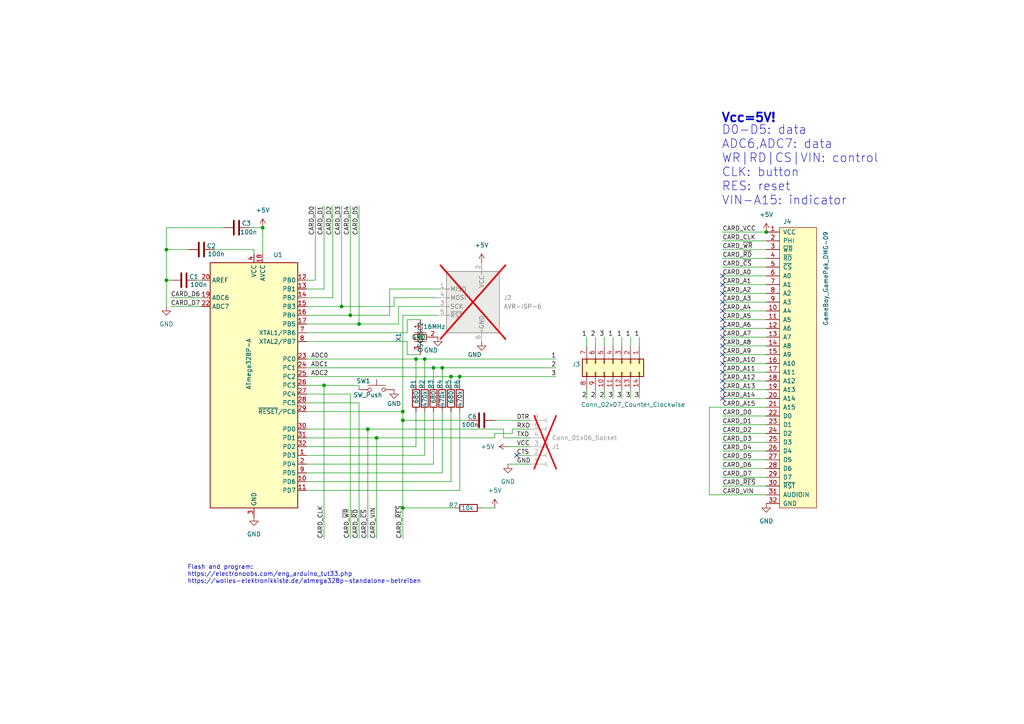
<source format=kicad_sch>
(kicad_sch (version 20250114) (generator "eeschema") (generator_version "9.0")
  (paper "A4")
  (lib_symbols
    (symbol "Connector:AVR-ISP-6" (pin_names (offset 1.016))
      (property "Reference" "J" (at -6.35 11.43 0))
      (property "Value" "AVR-ISP-6" (at 0 11.43 0))
      (symbol "AVR-ISP-6_0_1"
        (rectangle (start -2.667 10.16) (end -2.413 9.398))
        (rectangle (start -2.667 -6.858) (end -2.413 -7.62))
        (rectangle (start 7.62 10.16) (end -7.62 -7.62) (stroke (width 0.254)) (fill (type background)))
        (rectangle (start 7.62 5.207) (end 6.858 4.953))
        (rectangle (start 7.62 2.667) (end 6.858 2.413))
        (rectangle (start 7.62 0.127) (end 6.858 -0.127))
        (rectangle (start 7.62 -2.413) (end 6.858 -2.667))
      )
      (symbol "AVR-ISP-6_1_1"
        (pin passive line (at -2.54 12.7 270) (length 2.54) (name "VCC") (number "2"))
        (pin passive line (at -2.54 -10.16 90) (length 2.54) (name "GND") (number "6"))
        (pin passive line (at 10.16 5.08 180) (length 2.54) (name "MISO") (number "1"))
        (pin passive line (at 10.16 2.54 180) (length 2.54) (name "MOSI") (number "4"))
        (pin passive line (at 10.16 0 180) (length 2.54) (name "SCK") (number "3"))
        (pin passive line (at 10.16 -2.54 180) (length 2.54) (name "~{RST}") (number "5"))
      )
    )
    (symbol "Connector:Conn_01x06_Socket" (pin_names (offset 1.016) (hide yes))
      (property "Reference" "J" (at 0 7.62 0))
      (property "Value" "Conn_01x06_Socket" (at 0 -10.16 0))
      (symbol "Conn_01x06_Socket_1_1"
        (polyline (pts (xy -1.27 5.08) (xy -0.508 5.08)) (stroke (width 0.1524)))
        (polyline (pts (xy -1.27 2.54) (xy -0.508 2.54)) (stroke (width 0.1524)))
        (polyline (pts (xy -1.27 0) (xy -0.508 0)) (stroke (width 0.1524)))
        (polyline (pts (xy -1.27 -2.54) (xy -0.508 -2.54)) (stroke (width 0.1524)))
        (polyline (pts (xy -1.27 -5.08) (xy -0.508 -5.08)) (stroke (width 0.1524)))
        (polyline (pts (xy -1.27 -7.62) (xy -0.508 -7.62)) (stroke (width 0.1524)))
        (arc (start 0 4.572) (mid -0.5058 5.08) (end 0 5.588) (stroke (width 0.1524)))
        (arc (start 0 2.032) (mid -0.5058 2.54) (end 0 3.048) (stroke (width 0.1524)))
        (arc (start 0 -0.508) (mid -0.5058 0) (end 0 0.508) (stroke (width 0.1524)))
        (arc (start 0 -3.048) (mid -0.5058 -2.54) (end 0 -2.032) (stroke (width 0.1524)))
        (arc (start 0 -5.588) (mid -0.5058 -5.08) (end 0 -4.572) (stroke (width 0.1524)))
        (arc (start 0 -8.128) (mid -0.5058 -7.62) (end 0 -7.112) (stroke (width 0.1524)))
        (pin passive line (at -5.08 5.08 0) (length 3.81) (name "Pin_1") (number "1"))
        (pin passive line (at -5.08 2.54 0) (length 3.81) (name "Pin_2") (number "2"))
        (pin passive line (at -5.08 0 0) (length 3.81) (name "Pin_3") (number "3"))
        (pin passive line (at -5.08 -2.54 0) (length 3.81) (name "Pin_4") (number "4"))
        (pin passive line (at -5.08 -5.08 0) (length 3.81) (name "Pin_5") (number "5"))
        (pin passive line (at -5.08 -7.62 0) (length 3.81) (name "Pin_6") (number "6"))
      )
    )
    (symbol "Connector_GameBoy:GameBoy_GamePak_DMG-09" (pin_names (offset 1.016))
      (property "Reference" "J" (at -1.27 41.91 0))
      (property "Value" "GameBoy_GamePak_DMG-09" (at -4.445 -42.545 0))
      (symbol "GameBoy_GamePak_DMG-09_0_1"
        (rectangle (start 0 40.64) (end -10.795 -40.64) (fill (type background)))
      )
      (symbol "GameBoy_GamePak_DMG-09_1_1"
        (pin passive line (at 3.81 39.37 180) (length 3.81) (name "VCC") (number "1"))
        (pin passive line (at 3.81 36.83 180) (length 3.81) (name "PHI") (number "2"))
        (pin passive line (at 3.81 34.29 180) (length 3.81) (name "~{WR}") (number "3"))
        (pin passive line (at 3.81 31.75 180) (length 3.81) (name "~{RD}") (number "4"))
        (pin passive line (at 3.81 29.21 180) (length 3.81) (name "~{CS}") (number "5"))
        (pin passive line (at 3.81 26.67 180) (length 3.81) (name "A0") (number "6"))
        (pin passive line (at 3.81 24.13 180) (length 3.81) (name "A1") (number "7"))
        (pin passive line (at 3.81 21.59 180) (length 3.81) (name "A2") (number "8"))
        (pin passive line (at 3.81 19.05 180) (length 3.81) (name "A3") (number "9"))
        (pin passive line (at 3.81 16.51 180) (length 3.81) (name "A4") (number "10"))
        (pin passive line (at 3.81 13.97 180) (length 3.81) (name "A5") (number "11"))
        (pin passive line (at 3.81 11.43 180) (length 3.81) (name "A6") (number "12"))
        (pin passive line (at 3.81 8.89 180) (length 3.81) (name "A7") (number "13"))
        (pin passive line (at 3.81 6.35 180) (length 3.81) (name "A8") (number "14"))
        (pin passive line (at 3.81 3.81 180) (length 3.81) (name "A9") (number "15"))
        (pin passive line (at 3.81 1.27 180) (length 3.81) (name "A10") (number "16"))
        (pin passive line (at 3.81 -1.27 180) (length 3.81) (name "A11") (number "17"))
        (pin passive line (at 3.81 -3.81 180) (length 3.81) (name "A12") (number "18"))
        (pin passive line (at 3.81 -6.35 180) (length 3.81) (name "A13") (number "19"))
        (pin passive line (at 3.81 -8.89 180) (length 3.81) (name "A14") (number "20"))
        (pin passive line (at 3.81 -11.43 180) (length 3.81) (name "A15") (number "21"))
        (pin passive line (at 3.81 -13.97 180) (length 3.81) (name "D0") (number "22"))
        (pin passive line (at 3.81 -16.51 180) (length 3.81) (name "D1") (number "23"))
        (pin passive line (at 3.81 -19.05 180) (length 3.81) (name "D2") (number "24"))
        (pin passive line (at 3.81 -21.59 180) (length 3.81) (name "D3") (number "25"))
        (pin passive line (at 3.81 -24.13 180) (length 3.81) (name "D4") (number "26"))
        (pin passive line (at 3.81 -26.67 180) (length 3.81) (name "D5") (number "27"))
        (pin passive line (at 3.81 -29.21 180) (length 3.81) (name "D6") (number "28"))
        (pin passive line (at 3.81 -31.75 180) (length 3.81) (name "D7") (number "29"))
        (pin passive line (at 3.81 -34.29 180) (length 3.81) (name "~{RST}") (number "30"))
        (pin passive line (at 3.81 -36.83 180) (length 3.81) (name "AUDIOIN") (number "31"))
        (pin passive line (at 3.81 -39.37 180) (length 3.81) (name "GND") (number "32"))
      )
    )
    (symbol "Connector_Generic:Conn_02x07_Counter_Clockwise" (pin_names (offset 1.016) (hide yes))
      (property "Reference" "J" (at 1.27 10.16 0))
      (property "Value" "Conn_02x07_Counter_Clockwise" (at 1.27 -10.16 0))
      (symbol "Conn_02x07_Counter_Clockwise_1_1"
        (rectangle (start -1.27 8.89) (end 3.81 -8.89) (stroke (width 0.254)) (fill (type background)))
        (rectangle (start -1.27 7.747) (end 0 7.493) (stroke (width 0.1524)))
        (rectangle (start -1.27 5.207) (end 0 4.953) (stroke (width 0.1524)))
        (rectangle (start -1.27 2.667) (end 0 2.413) (stroke (width 0.1524)))
        (rectangle (start -1.27 0.127) (end 0 -0.127) (stroke (width 0.1524)))
        (rectangle (start -1.27 -2.413) (end 0 -2.667) (stroke (width 0.1524)))
        (rectangle (start -1.27 -4.953) (end 0 -5.207) (stroke (width 0.1524)))
        (rectangle (start -1.27 -7.493) (end 0 -7.747) (stroke (width 0.1524)))
        (rectangle (start 3.81 7.747) (end 2.54 7.493) (stroke (width 0.1524)))
        (rectangle (start 3.81 5.207) (end 2.54 4.953) (stroke (width 0.1524)))
        (rectangle (start 3.81 2.667) (end 2.54 2.413) (stroke (width 0.1524)))
        (rectangle (start 3.81 0.127) (end 2.54 -0.127) (stroke (width 0.1524)))
        (rectangle (start 3.81 -2.413) (end 2.54 -2.667) (stroke (width 0.1524)))
        (rectangle (start 3.81 -4.953) (end 2.54 -5.207) (stroke (width 0.1524)))
        (rectangle (start 3.81 -7.493) (end 2.54 -7.747) (stroke (width 0.1524)))
        (pin passive line (at -5.08 7.62 0) (length 3.81) (name "Pin_1") (number "1"))
        (pin passive line (at -5.08 5.08 0) (length 3.81) (name "Pin_2") (number "2"))
        (pin passive line (at -5.08 2.54 0) (length 3.81) (name "Pin_3") (number "3"))
        (pin passive line (at -5.08 0 0) (length 3.81) (name "Pin_4") (number "4"))
        (pin passive line (at -5.08 -2.54 0) (length 3.81) (name "Pin_5") (number "5"))
        (pin passive line (at -5.08 -5.08 0) (length 3.81) (name "Pin_6") (number "6"))
        (pin passive line (at -5.08 -7.62 0) (length 3.81) (name "Pin_7") (number "7"))
        (pin passive line (at 7.62 7.62 180) (length 3.81) (name "Pin_14") (number "14"))
        (pin passive line (at 7.62 5.08 180) (length 3.81) (name "Pin_13") (number "13"))
        (pin passive line (at 7.62 2.54 180) (length 3.81) (name "Pin_12") (number "12"))
        (pin passive line (at 7.62 0 180) (length 3.81) (name "Pin_11") (number "11"))
        (pin passive line (at 7.62 -2.54 180) (length 3.81) (name "Pin_10") (number "10"))
        (pin passive line (at 7.62 -5.08 180) (length 3.81) (name "Pin_9") (number "9"))
        (pin passive line (at 7.62 -7.62 180) (length 3.81) (name "Pin_8") (number "8"))
      )
    )
    (symbol "Device:C" (pin_numbers (hide yes)) (pin_names (offset 0.254))
      (property "Reference" "C" (at 0.635 2.54 0))
      (property "Value" "C" (at 0.635 -2.54 0))
      (symbol "C_0_1"
        (polyline (pts (xy -2.032 0.762) (xy 2.032 0.762)) (stroke (width 0.508)))
        (polyline (pts (xy -2.032 -0.762) (xy 2.032 -0.762)) (stroke (width 0.508)))
      )
      (symbol "C_1_1"
        (pin passive line (at 0 3.81 270) (length 2.794) (name "~") (number "1"))
        (pin passive line (at 0 -3.81 90) (length 2.794) (name "~") (number "2"))
      )
    )
    (symbol "Device:R" (pin_numbers (hide yes)) (pin_names (offset 0))
      (property "Reference" "R" (at 2.032 0 90))
      (property "Value" "R" (at 0 0 90))
      (symbol "R_0_1"
        (rectangle (start -1.016 -2.54) (end 1.016 2.54) (stroke (width 0.254)))
      )
      (symbol "R_1_1"
        (pin passive line (at 0 3.81 270) (length 1.27) (name "~") (number "1"))
        (pin passive line (at 0 -3.81 90) (length 1.27) (name "~") (number "2"))
      )
    )
    (symbol "EasyEDA:CSTNE16M0V530000R0"
      (property "Reference" "X" (at 0 5.08 0))
      (property "Value" "CSTNE16M0V530000R0" (at 0 -10.16 0))
      (symbol "CSTNE16M0V530000R0_0_1"
        (polyline (pts (xy -1.27 1.78) (xy -1.27 -1.78)))
        (polyline (pts (xy -1.27 1.02) (xy -1.27 -1.02)))
        (polyline (pts (xy -0.76 1.78) (xy 0.76 1.78)))
        (polyline (pts (xy -0.76 -1.78) (xy -0.76 1.78) (xy 0.76 1.78) (xy 0.76 -1.78) (xy -0.76 -1.78)) (fill (type background)))
        (polyline (pts (xy 0.76 1.78) (xy 0.76 -1.78) (xy -0.76 -1.78) (xy -0.76 1.78)))
        (polyline (pts (xy 1.27 1.78) (xy 1.27 -1.78)))
        (polyline (pts (xy 1.27 1.02) (xy 1.27 -1.02)))
        (pin input line (at -5.08 0 0) (length 3.81) (name "OSC2") (number "3"))
        (pin input line (at 0 -5.08 90) (length 3.048) (name "GND") (number "2"))
        (pin input line (at 5.08 0 180) (length 3.81) (name "OSC1") (number "1"))
      )
    )
    (symbol "MCU_Microchip_ATmega:ATmega328P-A"
      (property "Reference" "U" (at -12.7 36.83 0))
      (property "Value" "ATmega328P-A" (at 2.54 -36.83 0))
      (symbol "ATmega328P-A_0_1"
        (rectangle (start -12.7 -35.56) (end 12.7 35.56) (stroke (width 0.254)) (fill (type background)))
      )
      (symbol "ATmega328P-A_1_1"
        (pin passive line (at -15.24 30.48 0) (length 2.54) (name "AREF") (number "20"))
        (pin input line (at -15.24 25.4 0) (length 2.54) (name "ADC6") (number "19"))
        (pin input line (at -15.24 22.86 0) (length 2.54) (name "ADC7") (number "22"))
        (pin power_in line (at 0 38.1 270) (length 2.54) (name "VCC") (number "4"))
        (pin passive line (at 0 38.1 270) (length 2.54) (hide yes) (name "VCC") (number "6"))
        (pin passive line (at 0 -38.1 90) (length 2.54) (hide yes) (name "GND") (number "21"))
        (pin power_in line (at 0 -38.1 90) (length 2.54) (name "GND") (number "3"))
        (pin passive line (at 0 -38.1 90) (length 2.54) (hide yes) (name "GND") (number "5"))
        (pin power_in line (at 2.54 38.1 270) (length 2.54) (name "AVCC") (number "18"))
        (pin bidirectional line (at 15.24 30.48 180) (length 2.54) (name "PB0") (number "12"))
        (pin bidirectional line (at 15.24 27.94 180) (length 2.54) (name "PB1") (number "13"))
        (pin bidirectional line (at 15.24 25.4 180) (length 2.54) (name "PB2") (number "14"))
        (pin bidirectional line (at 15.24 22.86 180) (length 2.54) (name "PB3") (number "15"))
        (pin bidirectional line (at 15.24 20.32 180) (length 2.54) (name "PB4") (number "16"))
        (pin bidirectional line (at 15.24 17.78 180) (length 2.54) (name "PB5") (number "17"))
        (pin bidirectional line (at 15.24 15.24 180) (length 2.54) (name "XTAL1/PB6") (number "7"))
        (pin bidirectional line (at 15.24 12.7 180) (length 2.54) (name "XTAL2/PB7") (number "8"))
        (pin bidirectional line (at 15.24 7.62 180) (length 2.54) (name "PC0") (number "23"))
        (pin bidirectional line (at 15.24 5.08 180) (length 2.54) (name "PC1") (number "24"))
        (pin bidirectional line (at 15.24 2.54 180) (length 2.54) (name "PC2") (number "25"))
        (pin bidirectional line (at 15.24 0 180) (length 2.54) (name "PC3") (number "26"))
        (pin bidirectional line (at 15.24 -2.54 180) (length 2.54) (name "PC4") (number "27"))
        (pin bidirectional line (at 15.24 -5.08 180) (length 2.54) (name "PC5") (number "28"))
        (pin bidirectional line (at 15.24 -7.62 180) (length 2.54) (name "~{RESET}/PC6") (number "29"))
        (pin bidirectional line (at 15.24 -12.7 180) (length 2.54) (name "PD0") (number "30"))
        (pin bidirectional line (at 15.24 -15.24 180) (length 2.54) (name "PD1") (number "31"))
        (pin bidirectional line (at 15.24 -17.78 180) (length 2.54) (name "PD2") (number "32"))
        (pin bidirectional line (at 15.24 -20.32 180) (length 2.54) (name "PD3") (number "1"))
        (pin bidirectional line (at 15.24 -22.86 180) (length 2.54) (name "PD4") (number "2"))
        (pin bidirectional line (at 15.24 -25.4 180) (length 2.54) (name "PD5") (number "9"))
        (pin bidirectional line (at 15.24 -27.94 180) (length 2.54) (name "PD6") (number "10"))
        (pin bidirectional line (at 15.24 -30.48 180) (length 2.54) (name "PD7") (number "11"))
      )
    )
    (symbol "Switch:SW_Push" (pin_numbers (hide yes)) (pin_names (offset 1.016) (hide yes))
      (property "Reference" "SW" (at 1.27 2.54 0))
      (property "Value" "SW_Push" (at 0 -1.524 0))
      (symbol "SW_Push_0_1"
        (circle (center -2.032 0) (radius 0.508))
        (polyline (pts (xy 0 1.27) (xy 0 3.048)))
        (circle (center 2.032 0) (radius 0.508))
        (polyline (pts (xy 2.54 1.27) (xy -2.54 1.27)))
        (pin passive line (at -5.08 0 0) (length 2.54) (name "1") (number "1"))
        (pin passive line (at 5.08 0 180) (length 2.54) (name "2") (number "2"))
      )
    )
    (symbol "power:+5V" (power) (pin_numbers (hide yes)) (pin_names (offset 0) (hide yes))
      (property "Value" "+5V" (at 0 3.556 0))
      (symbol "+5V_0_1"
        (polyline (pts (xy -0.762 1.27) (xy 0 2.54)))
        (polyline (pts (xy 0 2.54) (xy 0.762 1.27)))
        (polyline (pts (xy 0 0) (xy 0 2.54)))
      )
      (symbol "+5V_1_1"
        (pin power_in line (at 0 0 90) (length 0) (name "~") (number "1"))
      )
    )
    (symbol "power:GND" (power) (pin_numbers (hide yes)) (pin_names (offset 0) (hide yes))
      (property "Value" "GND" (at 0 -3.81 0))
      (symbol "GND_0_1"
        (polyline (pts (xy 0 0) (xy 0 -1.27) (xy 1.27 -1.27) (xy 0 -2.54) (xy -1.27 -1.27) (xy 0 -1.27)))
      )
      (symbol "GND_1_1"
        (pin power_in line (at 0 0 270) (length 0) (name "~") (number "1"))
      )
    )
  )
  (text "Flash and program:\nhttps://electronoobs.com/eng_arduino_tut33.php\nhttps://wolles-elektronikkiste.de/atmega328p-standalone-betreiben" (at 54.356 166.624 0) (effects (font (size 1.27 1.27)) (justify left)))
  (text "Vcc=5V!" (at 217.17 34.29 0) (effects (font (size 2.54 2.54) (thickness 0.508) (bold yes))))
  (text "D0-D5: data\nADC6,ADC7: data\nWR|RD|CS|VIN: control\nCLK: button\nRES: reset\nVIN-A15: indicator" (at 209.296 48.006 0) (effects (font (size 2.54 2.54)) (justify left)))
  (junction (at 116.84 119.38))
  (junction (at 106.68 124.46))
  (junction (at 48.26 81.28))
  (junction (at 222.25 67.31))
  (junction (at 101.6 91.44))
  (junction (at 116.84 147.32))
  (junction (at 48.26 72.39))
  (junction (at 128.27 106.68))
  (junction (at 130.81 109.22))
  (junction (at 93.98 111.76))
  (junction (at 109.22 127))
  (junction (at 116.84 121.92))
  (junction (at 76.2 66.04))
  (junction (at 125.73 106.68))
  (junction (at 133.35 109.22))
  (junction (at 120.65 104.14))
  (junction (at 104.14 93.98))
  (junction (at 99.06 88.9))
  (junction (at 123.19 104.14))
  (no_connect (at 209.55 107.95))
  (no_connect (at 209.55 100.33))
  (no_connect (at 209.55 85.09))
  (no_connect (at 209.55 115.57))
  (no_connect (at 209.55 105.41))
  (no_connect (at 209.55 82.55))
  (no_connect (at 209.55 87.63))
  (no_connect (at 209.55 97.79))
  (no_connect (at 209.55 102.87))
  (no_connect (at 209.55 90.17))
  (no_connect (at 209.55 110.49))
  (no_connect (at 209.55 95.25))
  (no_connect (at 209.55 113.03))
  (no_connect (at 209.55 80.01))
  (no_connect (at 149.86 132.08))
  (no_connect (at 209.55 92.71))
  (wire (pts (xy 114.3 88.9) (xy 99.06 88.9)))
  (wire (pts (xy 148.59 125.73) (xy 143.51 125.73)))
  (wire (pts (xy 106.68 124.46) (xy 106.68 156.21)))
  (wire (pts (xy 182.88 97.79) (xy 182.88 100.33)))
  (wire (pts (xy 96.52 59.69) (xy 96.52 86.36)))
  (wire (pts (xy 118.11 96.52) (xy 88.9 96.52)))
  (wire (pts (xy 209.55 100.33) (xy 222.25 100.33)))
  (wire (pts (xy 48.26 66.04) (xy 48.26 72.39)))
  (wire (pts (xy 123.19 104.14) (xy 123.19 111.76)))
  (wire (pts (xy 101.6 114.3) (xy 101.6 156.21)))
  (wire (pts (xy 118.11 99.06) (xy 88.9 99.06)))
  (wire (pts (xy 209.55 72.39) (xy 222.25 72.39)))
  (wire (pts (xy 123.19 119.38) (xy 123.19 132.08)))
  (wire (pts (xy 175.26 115.57) (xy 175.26 113.03)))
  (wire (pts (xy 209.55 82.55) (xy 222.25 82.55)))
  (wire (pts (xy 147.32 129.54) (xy 153.67 129.54)))
  (wire (pts (xy 205.74 118.11) (xy 205.74 143.51)))
  (wire (pts (xy 91.44 59.69) (xy 91.44 81.28)))
  (wire (pts (xy 128.27 106.68) (xy 128.27 111.76)))
  (wire (pts (xy 185.42 97.79) (xy 185.42 100.33)))
  (wire (pts (xy 93.98 111.76) (xy 93.98 156.21)))
  (wire (pts (xy 127 83.82) (xy 113.03 83.82)))
  (wire (pts (xy 130.81 139.7) (xy 88.9 139.7)))
  (wire (pts (xy 114.3 86.36) (xy 114.3 88.9)))
  (wire (pts (xy 93.98 111.76) (xy 88.9 111.76)))
  (wire (pts (xy 116.84 91.44) (xy 116.84 119.38)))
  (wire (pts (xy 177.8 115.57) (xy 177.8 113.03)))
  (wire (pts (xy 127 88.9) (xy 115.57 88.9)))
  (wire (pts (xy 48.26 81.28) (xy 48.26 72.39)))
  (wire (pts (xy 116.84 147.32) (xy 132.08 147.32)))
  (wire (pts (xy 130.81 109.22) (xy 130.81 111.76)))
  (wire (pts (xy 135.89 121.92) (xy 116.84 121.92)))
  (wire (pts (xy 115.57 88.9) (xy 115.57 93.98)))
  (wire (pts (xy 175.26 97.79) (xy 175.26 100.33)))
  (wire (pts (xy 180.34 97.79) (xy 180.34 100.33)))
  (wire (pts (xy 88.9 127) (xy 109.22 127)))
  (wire (pts (xy 101.6 59.69) (xy 101.6 91.44)))
  (wire (pts (xy 209.55 123.19) (xy 222.25 123.19)))
  (wire (pts (xy 209.55 113.03) (xy 222.25 113.03)))
  (wire (pts (xy 209.55 133.35) (xy 222.25 133.35)))
  (wire (pts (xy 177.8 97.79) (xy 177.8 100.33)))
  (wire (pts (xy 172.72 115.57) (xy 172.72 113.03)))
  (wire (pts (xy 118.11 92.71) (xy 118.11 96.52)))
  (wire (pts (xy 104.14 93.98) (xy 88.9 93.98)))
  (wire (pts (xy 209.55 67.31) (xy 222.25 67.31)))
  (wire (pts (xy 104.14 116.84) (xy 104.14 156.21)))
  (wire (pts (xy 133.35 119.38) (xy 133.35 142.24)))
  (wire (pts (xy 104.14 113.03) (xy 104.14 111.76)))
  (wire (pts (xy 209.55 135.89) (xy 222.25 135.89)))
  (wire (pts (xy 209.55 87.63) (xy 222.25 87.63)))
  (wire (pts (xy 88.9 106.68) (xy 125.73 106.68)))
  (wire (pts (xy 209.55 77.47) (xy 222.25 77.47)))
  (wire (pts (xy 49.53 86.36) (xy 58.42 86.36)))
  (wire (pts (xy 120.65 104.14) (xy 123.19 104.14)))
  (wire (pts (xy 209.55 138.43) (xy 222.25 138.43)))
  (wire (pts (xy 88.9 86.36) (xy 96.52 86.36)))
  (wire (pts (xy 209.55 140.97) (xy 222.25 140.97)))
  (wire (pts (xy 48.26 81.28) (xy 49.53 81.28)))
  (wire (pts (xy 209.55 92.71) (xy 222.25 92.71)))
  (wire (pts (xy 116.84 121.92) (xy 116.84 147.32)))
  (wire (pts (xy 125.73 106.68) (xy 125.73 111.76)))
  (wire (pts (xy 127 91.44) (xy 116.84 91.44)))
  (wire (pts (xy 209.55 115.57) (xy 222.25 115.57)))
  (wire (pts (xy 127 86.36) (xy 114.3 86.36)))
  (wire (pts (xy 116.84 121.92) (xy 116.84 119.38)))
  (wire (pts (xy 62.23 72.39) (xy 73.66 72.39)))
  (wire (pts (xy 88.9 114.3) (xy 101.6 114.3)))
  (wire (pts (xy 209.55 107.95) (xy 222.25 107.95)))
  (wire (pts (xy 49.53 88.9) (xy 58.42 88.9)))
  (wire (pts (xy 88.9 81.28) (xy 91.44 81.28)))
  (wire (pts (xy 88.9 83.82) (xy 93.98 83.82)))
  (wire (pts (xy 146.05 124.46) (xy 106.68 124.46)))
  (wire (pts (xy 121.92 92.71) (xy 118.11 92.71)))
  (wire (pts (xy 88.9 124.46) (xy 106.68 124.46)))
  (wire (pts (xy 180.34 115.57) (xy 180.34 113.03)))
  (wire (pts (xy 147.32 134.62) (xy 153.67 134.62)))
  (wire (pts (xy 73.66 72.39) (xy 73.66 73.66)))
  (wire (pts (xy 148.59 124.46) (xy 148.59 125.73)))
  (wire (pts (xy 209.55 85.09) (xy 222.25 85.09)))
  (wire (pts (xy 109.22 127) (xy 109.22 156.21)))
  (wire (pts (xy 130.81 119.38) (xy 130.81 139.7)))
  (wire (pts (xy 133.35 142.24) (xy 88.9 142.24)))
  (wire (pts (xy 209.55 120.65) (xy 222.25 120.65)))
  (wire (pts (xy 88.9 109.22) (xy 130.81 109.22)))
  (wire (pts (xy 205.74 143.51) (xy 222.25 143.51)))
  (wire (pts (xy 170.18 97.79) (xy 170.18 100.33)))
  (wire (pts (xy 57.15 81.28) (xy 58.42 81.28)))
  (wire (pts (xy 118.11 99.06) (xy 118.11 102.87)))
  (wire (pts (xy 93.98 111.76) (xy 104.14 111.76)))
  (wire (pts (xy 88.9 116.84) (xy 104.14 116.84)))
  (wire (pts (xy 118.11 102.87) (xy 121.92 102.87)))
  (wire (pts (xy 123.19 132.08) (xy 88.9 132.08)))
  (wire (pts (xy 209.55 128.27) (xy 222.25 128.27)))
  (wire (pts (xy 209.55 80.01) (xy 222.25 80.01)))
  (wire (pts (xy 143.51 121.92) (xy 153.67 121.92)))
  (wire (pts (xy 172.72 97.79) (xy 172.72 100.33)))
  (wire (pts (xy 88.9 91.44) (xy 101.6 91.44)))
  (wire (pts (xy 146.05 127) (xy 146.05 124.46)))
  (wire (pts (xy 101.6 91.44) (xy 113.03 91.44)))
  (wire (pts (xy 209.55 95.25) (xy 222.25 95.25)))
  (wire (pts (xy 64.77 66.04) (xy 48.26 66.04)))
  (wire (pts (xy 109.22 127) (xy 143.51 127)))
  (wire (pts (xy 76.2 66.04) (xy 76.2 73.66)))
  (wire (pts (xy 125.73 134.62) (xy 88.9 134.62)))
  (wire (pts (xy 209.55 105.41) (xy 222.25 105.41)))
  (wire (pts (xy 48.26 72.39) (xy 54.61 72.39)))
  (wire (pts (xy 209.55 130.81) (xy 222.25 130.81)))
  (wire (pts (xy 104.14 59.69) (xy 104.14 93.98)))
  (wire (pts (xy 116.84 119.38) (xy 88.9 119.38)))
  (wire (pts (xy 76.2 66.04) (xy 72.39 66.04)))
  (wire (pts (xy 143.51 125.73) (xy 143.51 127)))
  (wire (pts (xy 48.26 88.9) (xy 48.26 81.28)))
  (wire (pts (xy 130.81 109.22) (xy 133.35 109.22)))
  (wire (pts (xy 120.65 104.14) (xy 120.65 111.76)))
  (wire (pts (xy 125.73 119.38) (xy 125.73 134.62)))
  (wire (pts (xy 133.35 109.22) (xy 161.29 109.22)))
  (wire (pts (xy 209.55 90.17) (xy 222.25 90.17)))
  (wire (pts (xy 209.55 102.87) (xy 222.25 102.87)))
  (wire (pts (xy 133.35 109.22) (xy 133.35 111.76)))
  (wire (pts (xy 128.27 119.38) (xy 128.27 137.16)))
  (wire (pts (xy 185.42 115.57) (xy 185.42 113.03)))
  (wire (pts (xy 209.55 69.85) (xy 222.25 69.85)))
  (wire (pts (xy 88.9 129.54) (xy 120.65 129.54)))
  (wire (pts (xy 88.9 104.14) (xy 120.65 104.14)))
  (wire (pts (xy 170.18 115.57) (xy 170.18 113.03)))
  (wire (pts (xy 128.27 106.68) (xy 161.29 106.68)))
  (wire (pts (xy 123.19 104.14) (xy 161.29 104.14)))
  (wire (pts (xy 143.51 147.32) (xy 139.7 147.32)))
  (wire (pts (xy 149.86 132.08) (xy 153.67 132.08)))
  (wire (pts (xy 182.88 115.57) (xy 182.88 113.03)))
  (wire (pts (xy 93.98 59.69) (xy 93.98 83.82)))
  (wire (pts (xy 146.05 127) (xy 153.67 127)))
  (wire (pts (xy 99.06 88.9) (xy 88.9 88.9)))
  (wire (pts (xy 128.27 137.16) (xy 88.9 137.16)))
  (wire (pts (xy 113.03 83.82) (xy 113.03 91.44)))
  (wire (pts (xy 209.55 110.49) (xy 222.25 110.49)))
  (wire (pts (xy 116.84 147.32) (xy 116.84 156.21)))
  (wire (pts (xy 148.59 124.46) (xy 153.67 124.46)))
  (wire (pts (xy 125.73 106.68) (xy 128.27 106.68)))
  (wire (pts (xy 115.57 93.98) (xy 104.14 93.98)))
  (wire (pts (xy 209.55 74.93) (xy 222.25 74.93)))
  (wire (pts (xy 120.65 129.54) (xy 120.65 119.38)))
  (wire (pts (xy 205.74 118.11) (xy 222.25 118.11)))
  (wire (pts (xy 209.55 125.73) (xy 222.25 125.73)))
  (wire (pts (xy 99.06 59.69) (xy 99.06 88.9)))
  (wire (pts (xy 209.55 97.79) (xy 222.25 97.79)))
  (label "CARD_D6" (at 209.55 135.89 0))
  (label "CARD_A2" (at 209.55 85.09 0))
  (label "CARD_A13" (at 209.55 113.03 0))
  (label "3" (at 175.26 97.79 180))
  (label "CARD_A14" (at 209.55 115.57 0))
  (label "CARD_A0" (at 209.55 80.01 0))
  (label "CARD_VIN" (at 209.55 143.51 0))
  (label "1" (at 170.18 97.79 180))
  (label "CARD_D2" (at 209.55 125.73 0))
  (label "CARD_A8" (at 209.55 100.33 0))
  (label "CARD_D4" (at 101.6 59.69 270))
  (label "TXD" (at 149.86 127 0))
  (label "CTS" (at 149.86 132.08 0))
  (label "3" (at 185.42 115.57 180))
  (label "CARD_D0" (at 209.55 120.65 0))
  (label "CARD_CLK" (at 209.55 69.85 0))
  (label "CARD_A3" (at 209.55 87.63 0))
  (label "CARD_A11" (at 209.55 107.95 0))
  (label "1" (at 180.34 97.79 180))
  (label "CARD_D1" (at 93.98 59.69 270))
  (label "CARD_~{RD}" (at 104.14 156.21 90))
  (label "CARD_D7" (at 49.53 88.9 0))
  (label "2" (at 172.72 97.79 180))
  (label "CARD_~{WR}" (at 209.55 72.39 0))
  (label "2" (at 175.26 115.57 180))
  (label "CARD_A15" (at 209.55 118.11 0))
  (label "CARD_A7" (at 209.55 97.79 0))
  (label "3" (at 161.29 109.22 180))
  (label "ADC1" (at 90.17 106.68 0))
  (label "CARD_D2" (at 96.52 59.69 270))
  (label "3" (at 177.8 115.57 180))
  (label "1" (at 185.42 97.79 180))
  (label "CARD_D0" (at 91.44 59.69 270))
  (label "CARD_~{RES}" (at 209.55 140.97 0))
  (label "CARD_~{CS}" (at 106.68 156.21 90))
  (label "2" (at 161.29 106.68 180))
  (label "CARD_CLK" (at 93.98 156.21 90))
  (label "CARD_~{RD}" (at 209.55 74.93 0))
  (label "CARD_A10" (at 209.55 105.41 0))
  (label "CARD_D3" (at 209.55 128.27 0))
  (label "3" (at 180.34 115.57 180))
  (label "CARD_~{WR}" (at 101.6 156.21 90))
  (label "CARD_A5" (at 209.55 92.71 0))
  (label "2" (at 172.72 115.57 180))
  (label "CARD_VIN" (at 109.22 156.21 90))
  (label "CARD_D1" (at 209.55 123.19 0))
  (label "CARD_~{CS}" (at 209.55 77.47 0))
  (label "2" (at 170.18 115.57 180))
  (label "CARD_VCC" (at 209.55 67.31 0))
  (label "3" (at 182.88 115.57 180))
  (label "CARD_A12" (at 209.55 110.49 0))
  (label "1" (at 182.88 97.79 180))
  (label "CARD_A1" (at 209.55 82.55 0))
  (label "1" (at 161.29 104.14 180))
  (label "CARD_D5" (at 209.55 133.35 0))
  (label "ADC0" (at 90.17 104.14 0))
  (label "CARD_D7" (at 209.55 138.43 0))
  (label "CARD_A4" (at 209.55 90.17 0))
  (label "CARD_~{RES}" (at 116.84 156.21 90))
  (label "CARD_D4" (at 209.55 130.81 0))
  (label "VCC" (at 149.86 129.54 0))
  (label "DTR" (at 149.86 121.92 0))
  (label "ADC2" (at 90.17 109.22 0))
  (label "RXD" (at 149.86 124.46 0))
  (label "CARD_A6" (at 209.55 95.25 0))
  (label "1" (at 177.8 97.79 180))
  (label "GND" (at 149.86 134.62 0))
  (label "CARD_D3" (at 99.06 59.69 270))
  (label "CARD_D5" (at 104.14 59.69 270))
  (label "CARD_D6" (at 49.53 86.36 0))
  (label "CARD_A9" (at 209.55 102.87 0))
  (symbol (lib_id "EasyEDA:CSTNE16M0V530000R0") (at 121.92 97.79 90) (unit 1)
    (property "Reference" "X1" (at 115.57 97.79 0))
    (property "Value" "16MHz" (at 125.984 94.742 90))
    (property "Footprint" "EasyEDA:OSC-SMD_3P-L3.2-W1.3-P1.2-L" (effects (hide yes)))
    (property "Datasheet" "https://lcsc.com/product-detail/Others_Murata-Electronics-CSTNE16M0V530000R0_C341521.html" (effects (hide yes)))
    (property "LCSC Part" "C341521" (effects (hide yes)))
  )
  (symbol (lib_id "power:GND") (at 48.26 88.9 0) (unit 1)
    (property "Reference" "#PWR03" (effects (hide yes)))
    (property "Value" "GND" (at 48.26 93.98 0))
    (property "Description" "Power symbol creates a global label with name \"GND\" , ground" (effects (hide yes)))
  )
  (symbol (lib_id "Device:R") (at 120.65 115.57 0) (unit 1)
    (property "Reference" "R1" (at 119.888 112.776 90) (effects (justify left)))
    (property "Value" "680" (at 120.65 117.094 90) (effects (justify left)))
    (property "Footprint" "Resistor_SMD:R_0805_2012Metric" (effects (hide yes)))
    (property "Description" "Resistor" (effects (hide yes)))
  )
  (symbol (lib_id "Device:C") (at 53.34 81.28 270) (unit 1)
    (property "Reference" "C1" (at 54.864 80.264 90) (effects (justify left)))
    (property "Value" "100n" (at 55.118 82.55 90) (effects (justify left)))
    (property "Footprint" "Capacitor_SMD:C_0805_2012Metric" (effects (hide yes)))
    (property "Description" "Unpolarized capacitor" (effects (hide yes)))
  )
  (symbol (lib_id "Connector:AVR-ISP-6") (at 137.16 88.9 0) (mirror y) (unit 1) (dnp yes)
    (property "Reference" "J2" (at 146.05 86.3599 0) (effects (justify right)))
    (property "Value" "AVR-ISP-6" (at 146.05 88.8999 0) (effects (justify right)))
    (property "Footprint" "Connector_PinHeader_2.54mm:PinHeader_2x03_P2.54mm_Vertical" (effects (hide yes)))
    (property "Description" "Atmel 6-pin ISP connector" (effects (hide yes)))
  )
  (symbol (lib_id "Device:C") (at 139.7 121.92 270) (unit 1)
    (property "Reference" "C6" (at 135.636 120.904 90) (effects (justify left)))
    (property "Value" "100n" (at 133.858 123.19 90) (effects (justify left)))
    (property "Footprint" "Capacitor_SMD:C_0805_2012Metric" (effects (hide yes)))
    (property "Description" "Unpolarized capacitor" (effects (hide yes)))
  )
  (symbol (lib_id "power:GND") (at 222.25 146.05 0) (unit 1)
    (property "Reference" "#PWR011" (effects (hide yes)))
    (property "Value" "GND" (at 222.25 151.13 0))
    (property "Description" "Power symbol creates a global label with name \"GND\" , ground" (effects (hide yes)))
  )
  (symbol (lib_id "Device:R") (at 125.73 115.57 0) (unit 1)
    (property "Reference" "R3" (at 124.968 112.776 90) (effects (justify left)))
    (property "Value" "680" (at 125.73 117.094 90) (effects (justify left)))
    (property "Footprint" "Resistor_SMD:R_0805_2012Metric" (effects (hide yes)))
    (property "Description" "Resistor" (effects (hide yes)))
  )
  (symbol (lib_id "power:+5V") (at 147.32 129.54 90) (unit 1)
    (property "Reference" "#PWR08" (effects (hide yes)))
    (property "Value" "+5V" (at 143.51 129.5399 90) (effects (justify left)))
    (property "Description" "Power symbol creates a global label with name \"+5V\"" (effects (hide yes)))
  )
  (symbol (lib_id "power:+5V") (at 139.7 76.2 0) (unit 1)
    (property "Reference" "#PWR09" (effects (hide yes)))
    (property "Value" "+5V" (at 139.7 71.12 0))
    (property "Description" "Power symbol creates a global label with name \"+5V\"" (effects (hide yes)))
  )
  (symbol (lib_id "Device:R") (at 128.27 115.57 0) (unit 1)
    (property "Reference" "R4" (at 127.508 112.776 90) (effects (justify left)))
    (property "Value" "470k" (at 128.27 118.11 90) (effects (justify left)))
    (property "Footprint" "Resistor_SMD:R_0805_2012Metric" (effects (hide yes)))
    (property "Description" "Resistor" (effects (hide yes)))
  )
  (symbol (lib_id "power:GND") (at 139.7 99.06 0) (unit 1)
    (property "Reference" "#PWR04" (effects (hide yes)))
    (property "Value" "GND" (at 137.668 102.87 0))
    (property "Description" "Power symbol creates a global label with name \"GND\" , ground" (effects (hide yes)))
  )
  (symbol (lib_id "Device:C") (at 68.58 66.04 270) (unit 1)
    (property "Reference" "C3" (at 70.104 64.77 90) (effects (justify left)))
    (property "Value" "100n" (at 69.596 67.31 90) (effects (justify left)))
    (property "Footprint" "Capacitor_SMD:C_0805_2012Metric" (effects (hide yes)))
    (property "Description" "Unpolarized capacitor" (effects (hide yes)))
  )
  (symbol (lib_id "power:GND") (at 73.66 149.86 0) (unit 1)
    (property "Reference" "#PWR01" (effects (hide yes)))
    (property "Value" "GND" (at 73.66 154.94 0))
    (property "Description" "Power symbol creates a global label with name \"GND\" , ground" (effects (hide yes)))
  )
  (symbol (lib_id "Device:R") (at 123.19 115.57 0) (unit 1)
    (property "Reference" "R2" (at 122.428 112.776 90) (effects (justify left)))
    (property "Value" "470k" (at 123.19 118.11 90) (effects (justify left)))
    (property "Footprint" "Resistor_SMD:R_0805_2012Metric" (effects (hide yes)))
    (property "Description" "Resistor" (effects (hide yes)))
  )
  (symbol (lib_id "Switch:SW_Push") (at 109.22 113.03 0) (unit 1)
    (property "Reference" "SW1" (at 105.41 110.49 0))
    (property "Value" "SW_Push" (at 106.68 114.554 0))
    (property "Footprint" "Button_Switch_SMD:SW_Push_1P1T_NO_CK_KMR2" (effects (hide yes)))
    (property "Description" "Push button switch, generic, two pins" (effects (hide yes)))
  )
  (symbol (lib_id "MCU_Microchip_ATmega:ATmega328P-A") (at 73.66 111.76 0) (unit 1)
    (property "Reference" "U1" (at 79.248 73.914 0) (effects (justify left)))
    (property "Value" "ATmega328P-A" (at 72.136 113.03 90) (effects (justify left)))
    (property "Footprint" "Package_QFP:TQFP-32_7x7mm_P0.8mm" (effects (hide yes)))
    (property "Datasheet" "https://ww1.microchip.com/downloads/aemDocuments/documents/MCU08/ProductDocuments/DataSheets/ATmega48A-PA-88A-PA-168A-PA-328-P-DS-DS40002061B.pdf" (effects (hide yes)))
    (property "Description" "20MHz, 32kB Flash, 2kB SRAM, 1kB EEPROM, TQFP-32" (effects (hide yes)))
  )
  (symbol (lib_id "Connector:Conn_01x06_Socket") (at 158.75 129.54 0) (mirror x) (unit 1) (dnp yes)
    (property "Reference" "J1" (at 160.02 129.5401 0) (effects (justify left)))
    (property "Value" "Conn_01x06_Socket" (at 160.02 127.0001 0) (effects (justify left)))
    (property "Footprint" "Connector_PinHeader_2.54mm:PinHeader_1x06_P2.54mm_Vertical" (effects (hide yes)))
    (property "Description" "Generic connector, single row, 01x06, script generated" (effects (hide yes)))
  )
  (symbol (lib_id "Device:R") (at 130.81 115.57 0) (unit 1)
    (property "Reference" "R5" (at 130.048 112.776 90) (effects (justify left)))
    (property "Value" "680" (at 130.81 117.094 90) (effects (justify left)))
    (property "Footprint" "Resistor_SMD:R_0805_2012Metric" (effects (hide yes)))
    (property "Description" "Resistor" (effects (hide yes)))
  )
  (symbol (lib_id "power:GND") (at 147.32 134.62 0) (unit 1)
    (property "Reference" "#PWR06" (effects (hide yes)))
    (property "Value" "GND" (at 147.32 139.7 0))
    (property "Description" "Power symbol creates a global label with name \"GND\" , ground" (effects (hide yes)))
  )
  (symbol (lib_id "Connector_GameBoy:GameBoy_GamePak_DMG-09") (at 226.06 106.68 0) (mirror y) (unit 1)
    (property "Reference" "J4" (at 228.346 64.262 0))
    (property "Value" "GameBoy_GamePak_DMG-09" (at 239.522 80.772 90))
    (property "Footprint" "Connector_GameBoy:GameBoy_GamePak_DMG-09_P1.50mm_Edge" (effects (hide yes)))
    (property "Description" "Game Boy Game Pak edge connector" (effects (hide yes)))
  )
  (symbol (lib_id "Connector_Generic:Conn_02x07_Counter_Clockwise") (at 177.8 105.41 270) (unit 1)
    (property "Reference" "J3" (at 167.132 105.664 90))
    (property "Value" "Conn_02x07_Counter_Clockwise" (at 183.642 117.348 90))
    (property "Footprint" "Socket:DIP_Socket-14_W4.3mm_W5.08mm_W7.62mm_W10.16mm_W10.9mm_3M_214-3339-00-0602J" (effects (hide yes)))
    (property "Description" "Generic connector, double row, 02x07, counter clockwise pin numbering scheme (similar to DIP package numbering), script generated (kicad-library-utils/schlib/autogen/connector/)" (effects (hide yes)))
  )
  (symbol (lib_id "Device:R") (at 135.89 147.32 90) (unit 1)
    (property "Reference" "R7" (at 132.842 146.558 90) (effects (justify left)))
    (property "Value" "10k" (at 137.414 147.32 90) (effects (justify left)))
    (property "Footprint" "Resistor_SMD:R_0805_2012Metric" (effects (hide yes)))
    (property "Description" "Resistor" (effects (hide yes)))
  )
  (symbol (lib_id "power:GND") (at 127 97.79 0) (unit 1)
    (property "Reference" "#PWR012" (effects (hide yes)))
    (property "Value" "GND" (at 124.968 101.6 0))
    (property "Description" "Power symbol creates a global label with name \"GND\" , ground" (effects (hide yes)))
  )
  (symbol (lib_id "Device:R") (at 133.35 115.57 0) (unit 1)
    (property "Reference" "R6" (at 132.588 112.776 90) (effects (justify left)))
    (property "Value" "470k" (at 133.35 118.11 90) (effects (justify left)))
    (property "Footprint" "Resistor_SMD:R_0805_2012Metric" (effects (hide yes)))
    (property "Description" "Resistor" (effects (hide yes)))
  )
  (symbol (lib_id "power:+5V") (at 222.25 67.31 0) (unit 1)
    (property "Reference" "#PWR010" (effects (hide yes)))
    (property "Value" "+5V" (at 222.25 62.23 0))
    (property "Description" "Power symbol creates a global label with name \"+5V\"" (effects (hide yes)))
  )
  (symbol (lib_id "power:+5V") (at 76.2 66.04 0) (unit 1)
    (property "Reference" "#PWR07" (effects (hide yes)))
    (property "Value" "+5V" (at 76.2 60.96 0))
    (property "Description" "Power symbol creates a global label with name \"+5V\"" (effects (hide yes)))
  )
  (symbol (lib_id "power:+5V") (at 143.51 147.32 0) (unit 1)
    (property "Reference" "#PWR05" (effects (hide yes)))
    (property "Value" "+5V" (at 143.51 142.24 0))
    (property "Description" "Power symbol creates a global label with name \"+5V\"" (effects (hide yes)))
  )
  (symbol (lib_id "Device:C") (at 58.42 72.39 270) (unit 1)
    (property "Reference" "C2" (at 59.944 71.374 90) (effects (justify left)))
    (property "Value" "100n" (at 60.198 73.66 90) (effects (justify left)))
    (property "Footprint" "Capacitor_SMD:C_0805_2012Metric" (effects (hide yes)))
    (property "Description" "Unpolarized capacitor" (effects (hide yes)))
  )
  (symbol (lib_id "power:GND") (at 114.3 113.03 0) (unit 1)
    (property "Reference" "#PWR02" (effects (hide yes)))
    (property "Value" "GND" (at 114.3 117.094 0))
    (property "Description" "Power symbol creates a global label with name \"GND\" , ground" (effects (hide yes)))
  )
)
</source>
